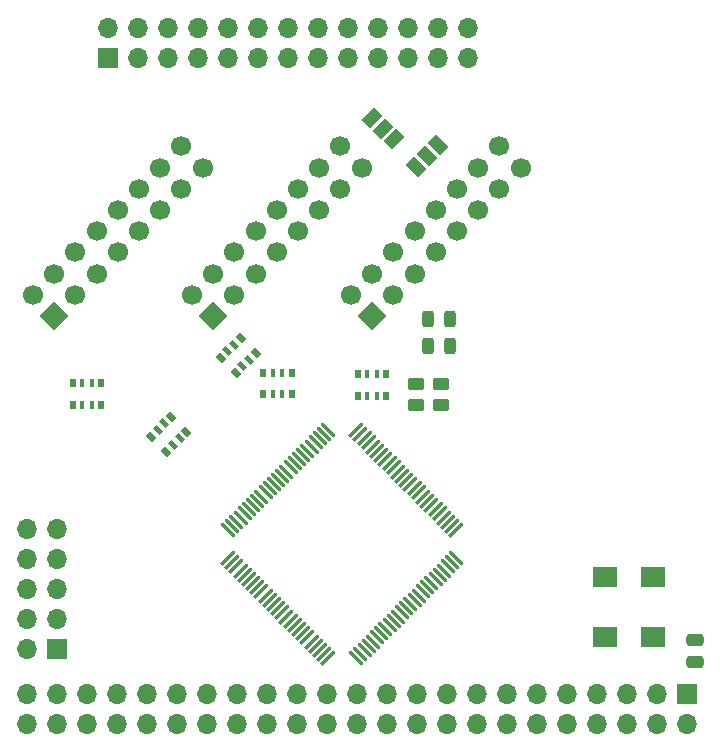
<source format=gbr>
%TF.GenerationSoftware,KiCad,Pcbnew,8.0.4*%
%TF.CreationDate,2024-12-17T16:17:44+07:00*%
%TF.ProjectId,cpld_mux,63706c64-5f6d-4757-982e-6b696361645f,rev?*%
%TF.SameCoordinates,Original*%
%TF.FileFunction,Soldermask,Top*%
%TF.FilePolarity,Negative*%
%FSLAX46Y46*%
G04 Gerber Fmt 4.6, Leading zero omitted, Abs format (unit mm)*
G04 Created by KiCad (PCBNEW 8.0.4) date 2024-12-17 16:17:44*
%MOMM*%
%LPD*%
G01*
G04 APERTURE LIST*
G04 Aperture macros list*
%AMRoundRect*
0 Rectangle with rounded corners*
0 $1 Rounding radius*
0 $2 $3 $4 $5 $6 $7 $8 $9 X,Y pos of 4 corners*
0 Add a 4 corners polygon primitive as box body*
4,1,4,$2,$3,$4,$5,$6,$7,$8,$9,$2,$3,0*
0 Add four circle primitives for the rounded corners*
1,1,$1+$1,$2,$3*
1,1,$1+$1,$4,$5*
1,1,$1+$1,$6,$7*
1,1,$1+$1,$8,$9*
0 Add four rect primitives between the rounded corners*
20,1,$1+$1,$2,$3,$4,$5,0*
20,1,$1+$1,$4,$5,$6,$7,0*
20,1,$1+$1,$6,$7,$8,$9,0*
20,1,$1+$1,$8,$9,$2,$3,0*%
%AMHorizOval*
0 Thick line with rounded ends*
0 $1 width*
0 $2 $3 position (X,Y) of the first rounded end (center of the circle)*
0 $4 $5 position (X,Y) of the second rounded end (center of the circle)*
0 Add line between two ends*
20,1,$1,$2,$3,$4,$5,0*
0 Add two circle primitives to create the rounded ends*
1,1,$1,$2,$3*
1,1,$1,$4,$5*%
%AMRotRect*
0 Rectangle, with rotation*
0 The origin of the aperture is its center*
0 $1 length*
0 $2 width*
0 $3 Rotation angle, in degrees counterclockwise*
0 Add horizontal line*
21,1,$1,$2,0,0,$3*%
G04 Aperture macros list end*
%ADD10RotRect,0.800000X0.500000X315.000000*%
%ADD11RotRect,0.800000X0.400000X315.000000*%
%ADD12R,0.500000X0.800000*%
%ADD13R,0.400000X0.800000*%
%ADD14R,1.700000X1.700000*%
%ADD15O,1.700000X1.700000*%
%ADD16RoundRect,0.243750X0.243750X0.456250X-0.243750X0.456250X-0.243750X-0.456250X0.243750X-0.456250X0*%
%ADD17RoundRect,0.250000X0.450000X-0.262500X0.450000X0.262500X-0.450000X0.262500X-0.450000X-0.262500X0*%
%ADD18RotRect,1.000000X1.500000X45.000000*%
%ADD19RoundRect,0.250000X0.475000X-0.250000X0.475000X0.250000X-0.475000X0.250000X-0.475000X-0.250000X0*%
%ADD20RotRect,1.000000X1.500000X135.000000*%
%ADD21R,2.000000X1.800000*%
%ADD22RoundRect,0.075000X-0.459619X-0.565685X0.565685X0.459619X0.459619X0.565685X-0.565685X-0.459619X0*%
%ADD23RoundRect,0.075000X0.459619X-0.565685X0.565685X-0.459619X-0.459619X0.565685X-0.565685X0.459619X0*%
%ADD24RotRect,1.700000X1.700000X315.000000*%
%ADD25HorizOval,1.700000X0.000000X0.000000X0.000000X0.000000X0*%
G04 APERTURE END LIST*
D10*
%TO.C,RN6*%
X35499409Y-54274961D03*
D11*
X34933724Y-54840646D03*
X34368038Y-55406332D03*
D10*
X33802353Y-55972017D03*
X35075145Y-57244809D03*
D11*
X35640830Y-56679124D03*
X36206516Y-56113438D03*
D10*
X36772201Y-55547753D03*
%TD*%
%TO.C,RN9*%
X41387465Y-47624905D03*
D11*
X40821780Y-48190590D03*
X40256094Y-48756276D03*
D10*
X39690409Y-49321961D03*
X40963201Y-50594753D03*
D11*
X41528886Y-50029068D03*
X42094572Y-49463382D03*
D10*
X42660257Y-48897697D03*
%TD*%
D12*
%TO.C,RN5*%
X29590201Y-51472753D03*
D13*
X28790201Y-51472753D03*
X27990201Y-51472753D03*
D12*
X27190201Y-51472753D03*
X27190201Y-53272753D03*
D13*
X27990201Y-53272753D03*
X28790201Y-53272753D03*
D12*
X29590201Y-53272753D03*
%TD*%
D14*
%TO.C,JTAG1*%
X25850201Y-73962753D03*
D15*
X23310201Y-73962753D03*
X25850201Y-71422753D03*
X23310201Y-71422753D03*
X25850201Y-68882754D03*
X23310201Y-68882753D03*
X25850201Y-66342753D03*
X23310201Y-66342753D03*
X25850201Y-63802753D03*
X23310201Y-63802753D03*
%TD*%
D16*
%TO.C,D2*%
X59121902Y-46052753D03*
X57246900Y-46052753D03*
%TD*%
D12*
%TO.C,RN8*%
X53720201Y-50710753D03*
D13*
X52920201Y-50710753D03*
X52120201Y-50710753D03*
D12*
X51320201Y-50710753D03*
X51320201Y-52510753D03*
D13*
X52120201Y-52510753D03*
X52920201Y-52510753D03*
D12*
X53720201Y-52510753D03*
%TD*%
%TO.C,RN7*%
X45700201Y-50572753D03*
D13*
X44900201Y-50572753D03*
X44100201Y-50572753D03*
D12*
X43300201Y-50572753D03*
X43300201Y-52372753D03*
D13*
X44100201Y-52372753D03*
X44900201Y-52372753D03*
D12*
X45700201Y-52372753D03*
%TD*%
D17*
%TO.C,R8*%
X56203201Y-53308753D03*
X56203201Y-51483753D03*
%TD*%
D18*
%TO.C,JP7*%
X56269723Y-33129231D03*
X57188962Y-32209992D03*
X58108201Y-31290753D03*
%TD*%
D19*
%TO.C,C26*%
X79825201Y-75100751D03*
X79825201Y-73200753D03*
%TD*%
D14*
%TO.C,J27*%
X30168201Y-23924753D03*
D15*
X30168201Y-21384753D03*
X32708201Y-23924753D03*
X32708201Y-21384753D03*
X35248200Y-23924753D03*
X35248201Y-21384753D03*
X37788201Y-23924753D03*
X37788201Y-21384753D03*
X40328201Y-23924753D03*
X40328201Y-21384753D03*
X42868201Y-23924753D03*
X42868201Y-21384753D03*
X45408201Y-23924753D03*
X45408201Y-21384753D03*
X47948202Y-23924753D03*
X47948201Y-21384753D03*
X50488201Y-23924753D03*
X50488201Y-21384753D03*
X53028201Y-23924753D03*
X53028201Y-21384753D03*
X55568201Y-23924753D03*
X55568201Y-21384753D03*
X58108200Y-23924753D03*
X58108201Y-21384753D03*
X60648201Y-23924753D03*
X60648201Y-21384753D03*
%TD*%
D17*
%TO.C,R7*%
X58362201Y-53308753D03*
X58362201Y-51483753D03*
%TD*%
D20*
%TO.C,JP6*%
X54328440Y-30812992D03*
X53409201Y-29893753D03*
X52489962Y-28974514D03*
%TD*%
D21*
%TO.C,X1*%
X76269201Y-72946753D03*
X76269201Y-67866753D03*
X72269201Y-67866753D03*
X72269201Y-72946753D03*
%TD*%
D22*
%TO.C,U4*%
X40310516Y-66257157D03*
X40664069Y-66610710D03*
X41017623Y-66964264D03*
X41371176Y-67317817D03*
X41724729Y-67671370D03*
X42078283Y-68024924D03*
X42431836Y-68378477D03*
X42785390Y-68732031D03*
X43138943Y-69085584D03*
X43492496Y-69439137D03*
X43846050Y-69792691D03*
X44199603Y-70146244D03*
X44553156Y-70499798D03*
X44906710Y-70853351D03*
X45260263Y-71206904D03*
X45613817Y-71560458D03*
X45967370Y-71914011D03*
X46320923Y-72267564D03*
X46674477Y-72621118D03*
X47028030Y-72974671D03*
X47381584Y-73328225D03*
X47735137Y-73681778D03*
X48088690Y-74035331D03*
X48442244Y-74388885D03*
X48795797Y-74742438D03*
D23*
X51164605Y-74742438D03*
X51518158Y-74388885D03*
X51871712Y-74035331D03*
X52225265Y-73681778D03*
X52578818Y-73328225D03*
X52932372Y-72974671D03*
X53285925Y-72621118D03*
X53639479Y-72267564D03*
X53993032Y-71914011D03*
X54346585Y-71560458D03*
X54700139Y-71206904D03*
X55053692Y-70853351D03*
X55407246Y-70499798D03*
X55760799Y-70146244D03*
X56114352Y-69792691D03*
X56467906Y-69439137D03*
X56821459Y-69085584D03*
X57175012Y-68732031D03*
X57528566Y-68378477D03*
X57882119Y-68024924D03*
X58235673Y-67671370D03*
X58589226Y-67317817D03*
X58942779Y-66964264D03*
X59296333Y-66610710D03*
X59649886Y-66257157D03*
D22*
X59649886Y-63888349D03*
X59296333Y-63534796D03*
X58942779Y-63181242D03*
X58589226Y-62827689D03*
X58235673Y-62474136D03*
X57882119Y-62120582D03*
X57528566Y-61767029D03*
X57175012Y-61413475D03*
X56821459Y-61059922D03*
X56467906Y-60706369D03*
X56114352Y-60352815D03*
X55760799Y-59999262D03*
X55407246Y-59645708D03*
X55053692Y-59292155D03*
X54700139Y-58938602D03*
X54346585Y-58585048D03*
X53993032Y-58231495D03*
X53639479Y-57877942D03*
X53285925Y-57524388D03*
X52932372Y-57170835D03*
X52578818Y-56817281D03*
X52225265Y-56463728D03*
X51871712Y-56110175D03*
X51518158Y-55756621D03*
X51164605Y-55403068D03*
D23*
X48795797Y-55403068D03*
X48442244Y-55756621D03*
X48088690Y-56110175D03*
X47735137Y-56463728D03*
X47381584Y-56817281D03*
X47028030Y-57170835D03*
X46674477Y-57524388D03*
X46320923Y-57877942D03*
X45967370Y-58231495D03*
X45613817Y-58585048D03*
X45260263Y-58938602D03*
X44906710Y-59292155D03*
X44553156Y-59645708D03*
X44199603Y-59999262D03*
X43846050Y-60352815D03*
X43492496Y-60706369D03*
X43138943Y-61059922D03*
X42785390Y-61413475D03*
X42431836Y-61767029D03*
X42078283Y-62120582D03*
X41724729Y-62474136D03*
X41371176Y-62827689D03*
X41017623Y-63181242D03*
X40664069Y-63534796D03*
X40310516Y-63888349D03*
%TD*%
D16*
%TO.C,D1*%
X59147302Y-48308753D03*
X57272300Y-48308753D03*
%TD*%
D24*
%TO.C,J26*%
X52520201Y-45768753D03*
D25*
X50724150Y-43972702D03*
X54316252Y-43972702D03*
X52520201Y-42176651D03*
X56112303Y-42176651D03*
X54316252Y-40380599D03*
X57908355Y-40380599D03*
X56112303Y-38584548D03*
X59704406Y-38584548D03*
X57908355Y-36788497D03*
X61500457Y-36788497D03*
X59704406Y-34992446D03*
X63296508Y-34992446D03*
X61500457Y-33196394D03*
X65092560Y-33196394D03*
X63296508Y-31400343D03*
%TD*%
D14*
%TO.C,J10_AD2*%
X79190201Y-77772753D03*
D15*
X79190201Y-80312753D03*
X76650201Y-77772753D03*
X76650201Y-80312753D03*
X74110202Y-77772753D03*
X74110201Y-80312753D03*
X71570201Y-77772753D03*
X71570201Y-80312753D03*
X69030201Y-77772753D03*
X69030201Y-80312753D03*
X66490201Y-77772753D03*
X66490201Y-80312753D03*
X63950201Y-77772753D03*
X63950201Y-80312753D03*
X61410200Y-77772753D03*
X61410201Y-80312753D03*
X58870201Y-77772753D03*
X58870201Y-80312753D03*
X56330201Y-77772753D03*
X56330201Y-80312753D03*
X53790201Y-77772753D03*
X53790201Y-80312753D03*
X51250202Y-77772753D03*
X51250201Y-80312753D03*
X48710201Y-77772753D03*
X48710201Y-80312753D03*
X46170201Y-77772753D03*
X46170201Y-80312753D03*
X43630201Y-77772753D03*
X43630201Y-80312753D03*
X41090202Y-77772753D03*
X41090201Y-80312753D03*
X38550200Y-77772753D03*
X38550201Y-80312753D03*
X36010201Y-77772753D03*
X36010201Y-80312753D03*
X33470201Y-77772753D03*
X33470201Y-80312753D03*
X30930201Y-77772753D03*
X30930201Y-80312753D03*
X28390202Y-77772753D03*
X28390201Y-80312753D03*
X25850201Y-77772753D03*
X25850201Y-80312753D03*
X23310201Y-77772753D03*
X23310201Y-80312753D03*
%TD*%
D24*
%TO.C,J24*%
X25596201Y-45768753D03*
D25*
X23800150Y-43972702D03*
X27392252Y-43972702D03*
X25596201Y-42176651D03*
X29188303Y-42176651D03*
X27392252Y-40380599D03*
X30984355Y-40380599D03*
X29188303Y-38584548D03*
X32780406Y-38584548D03*
X30984355Y-36788497D03*
X34576457Y-36788497D03*
X32780406Y-34992446D03*
X36372508Y-34992446D03*
X34576457Y-33196394D03*
X38168560Y-33196394D03*
X36372508Y-31400343D03*
%TD*%
D24*
%TO.C,J25*%
X39058201Y-45768753D03*
D25*
X37262150Y-43972702D03*
X40854252Y-43972702D03*
X39058201Y-42176651D03*
X42650303Y-42176651D03*
X40854252Y-40380599D03*
X44446355Y-40380599D03*
X42650303Y-38584548D03*
X46242406Y-38584548D03*
X44446355Y-36788497D03*
X48038457Y-36788497D03*
X46242406Y-34992446D03*
X49834508Y-34992446D03*
X48038457Y-33196394D03*
X51630560Y-33196394D03*
X49834508Y-31400343D03*
%TD*%
M02*

</source>
